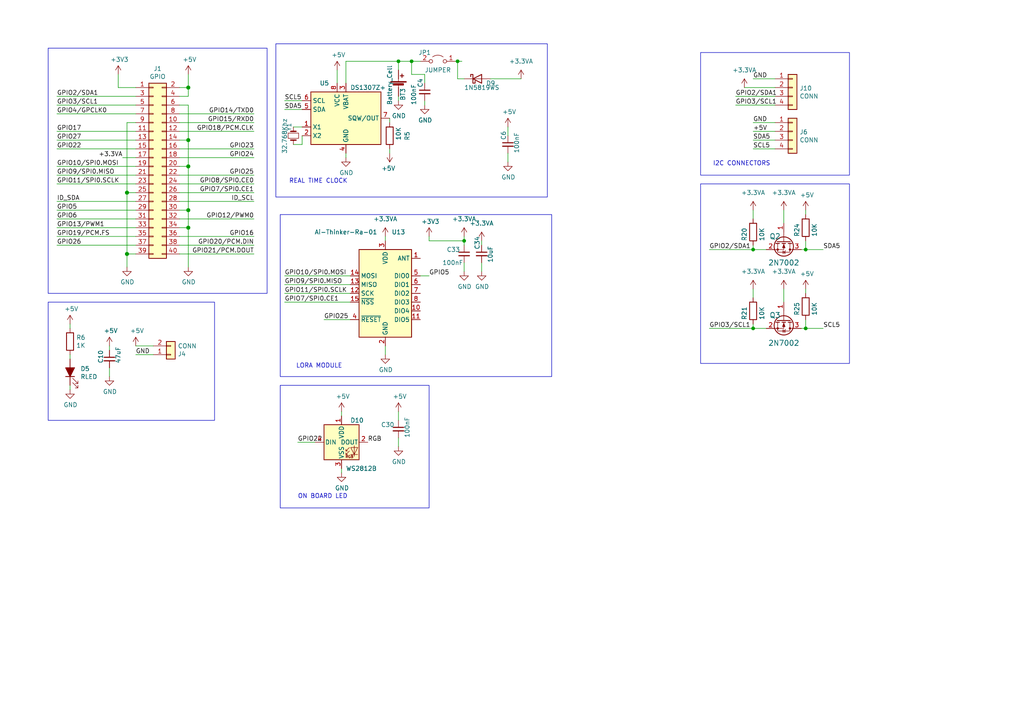
<source format=kicad_sch>
(kicad_sch (version 20250114) (generator "eeschema") (generator_version "9.0")
  (paper "A4")
  (title_block (date "15 nov 2012"))
  (lib_symbols
    (symbol "BCI_V-0.1-rescue:C_Small-device" (pin_numbers (hide yes)) (pin_names (offset 0.254) (hide yes))
      (property "Reference" "C" (at 0.254 1.778 0))
      (property "Value" "C_Small-device" (at 0.254 -2.032 0))
      (symbol "C_Small-device_0_1"
        (polyline (pts (xy -1.524 0.508) (xy 1.524 0.508)) (stroke (width 0.3048)))
        (polyline (pts (xy -1.524 -0.508) (xy 1.524 -0.508)) (stroke (width 0.3302)))
      )
      (symbol "C_Small-device_1_1"
        (pin passive line (at 0 2.54 270) (length 2.032) (name "~") (number "1"))
        (pin passive line (at 0 -2.54 90) (length 2.032) (name "~") (number "2"))
      )
    )
    (symbol "Connector_Generic:Conn_01x02" (pin_names (offset 1.016) (hide yes))
      (property "Reference" "J" (at 0 2.54 0))
      (property "Value" "Conn_01x02" (at 0 -5.08 0))
      (symbol "Conn_01x02_1_1"
        (rectangle (start -1.27 1.27) (end 1.27 -3.81) (stroke (width 0.254)) (fill (type background)))
        (rectangle (start -1.27 0.127) (end 0 -0.127) (stroke (width 0.1524)))
        (rectangle (start -1.27 -2.413) (end 0 -2.667) (stroke (width 0.1524)))
        (pin passive line (at -5.08 0 0) (length 3.81) (name "Pin_1") (number "1"))
        (pin passive line (at -5.08 -2.54 0) (length 3.81) (name "Pin_2") (number "2"))
      )
    )
    (symbol "Connector_Generic:Conn_01x04" (pin_names (offset 1.016) (hide yes))
      (property "Reference" "J" (at 0 5.08 0))
      (property "Value" "Conn_01x04" (at 0 -7.62 0))
      (symbol "Conn_01x04_1_1"
        (rectangle (start -1.27 3.81) (end 1.27 -6.35) (stroke (width 0.254)) (fill (type background)))
        (rectangle (start -1.27 2.667) (end 0 2.413) (stroke (width 0.1524)))
        (rectangle (start -1.27 0.127) (end 0 -0.127) (stroke (width 0.1524)))
        (rectangle (start -1.27 -2.413) (end 0 -2.667) (stroke (width 0.1524)))
        (rectangle (start -1.27 -4.953) (end 0 -5.207) (stroke (width 0.1524)))
        (pin passive line (at -5.08 2.54 0) (length 3.81) (name "Pin_1") (number "1"))
        (pin passive line (at -5.08 0 0) (length 3.81) (name "Pin_2") (number "2"))
        (pin passive line (at -5.08 -2.54 0) (length 3.81) (name "Pin_3") (number "3"))
        (pin passive line (at -5.08 -5.08 0) (length 3.81) (name "Pin_4") (number "4"))
      )
    )
    (symbol "Connector_Generic:Conn_02x20_Odd_Even" (pin_names (offset 1.016) (hide yes))
      (property "Reference" "J" (at 1.27 25.4 0))
      (property "Value" "Conn_02x20_Odd_Even" (at 1.27 -27.94 0))
      (symbol "Conn_02x20_Odd_Even_1_1"
        (rectangle (start -1.27 24.13) (end 3.81 -26.67) (stroke (width 0.254)) (fill (type background)))
        (rectangle (start -1.27 22.987) (end 0 22.733) (stroke (width 0.1524)))
        (rectangle (start -1.27 20.447) (end 0 20.193) (stroke (width 0.1524)))
        (rectangle (start -1.27 17.907) (end 0 17.653) (stroke (width 0.1524)))
        (rectangle (start -1.27 15.367) (end 0 15.113) (stroke (width 0.1524)))
        (rectangle (start -1.27 12.827) (end 0 12.573) (stroke (width 0.1524)))
        (rectangle (start -1.27 10.287) (end 0 10.033) (stroke (width 0.1524)))
        (rectangle (start -1.27 7.747) (end 0 7.493) (stroke (width 0.1524)))
        (rectangle (start -1.27 5.207) (end 0 4.953) (stroke (width 0.1524)))
        (rectangle (start -1.27 2.667) (end 0 2.413) (stroke (width 0.1524)))
        (rectangle (start -1.27 0.127) (end 0 -0.127) (stroke (width 0.1524)))
        (rectangle (start -1.27 -2.413) (end 0 -2.667) (stroke (width 0.1524)))
        (rectangle (start -1.27 -4.953) (end 0 -5.207) (stroke (width 0.1524)))
        (rectangle (start -1.27 -7.493) (end 0 -7.747) (stroke (width 0.1524)))
        (rectangle (start -1.27 -10.033) (end 0 -10.287) (stroke (width 0.1524)))
        (rectangle (start -1.27 -12.573) (end 0 -12.827) (stroke (width 0.1524)))
        (rectangle (start -1.27 -15.113) (end 0 -15.367) (stroke (width 0.1524)))
        (rectangle (start -1.27 -17.653) (end 0 -17.907) (stroke (width 0.1524)))
        (rectangle (start -1.27 -20.193) (end 0 -20.447) (stroke (width 0.1524)))
        (rectangle (start -1.27 -22.733) (end 0 -22.987) (stroke (width 0.1524)))
        (rectangle (start -1.27 -25.273) (end 0 -25.527) (stroke (width 0.1524)))
        (rectangle (start 3.81 22.987) (end 2.54 22.733) (stroke (width 0.1524)))
        (rectangle (start 3.81 20.447) (end 2.54 20.193) (stroke (width 0.1524)))
        (rectangle (start 3.81 17.907) (end 2.54 17.653) (stroke (width 0.1524)))
        (rectangle (start 3.81 15.367) (end 2.54 15.113) (stroke (width 0.1524)))
        (rectangle (start 3.81 12.827) (end 2.54 12.573) (stroke (width 0.1524)))
        (rectangle (start 3.81 10.287) (end 2.54 10.033) (stroke (width 0.1524)))
        (rectangle (start 3.81 7.747) (end 2.54 7.493) (stroke (width 0.1524)))
        (rectangle (start 3.81 5.207) (end 2.54 4.953) (stroke (width 0.1524)))
        (rectangle (start 3.81 2.667) (end 2.54 2.413) (stroke (width 0.1524)))
        (rectangle (start 3.81 0.127) (end 2.54 -0.127) (stroke (width 0.1524)))
        (rectangle (start 3.81 -2.413) (end 2.54 -2.667) (stroke (width 0.1524)))
        (rectangle (start 3.81 -4.953) (end 2.54 -5.207) (stroke (width 0.1524)))
        (rectangle (start 3.81 -7.493) (end 2.54 -7.747) (stroke (width 0.1524)))
        (rectangle (start 3.81 -10.033) (end 2.54 -10.287) (stroke (width 0.1524)))
        (rectangle (start 3.81 -12.573) (end 2.54 -12.827) (stroke (width 0.1524)))
        (rectangle (start 3.81 -15.113) (end 2.54 -15.367) (stroke (width 0.1524)))
        (rectangle (start 3.81 -17.653) (end 2.54 -17.907) (stroke (width 0.1524)))
        (rectangle (start 3.81 -20.193) (end 2.54 -20.447) (stroke (width 0.1524)))
        (rectangle (start 3.81 -22.733) (end 2.54 -22.987) (stroke (width 0.1524)))
        (rectangle (start 3.81 -25.273) (end 2.54 -25.527) (stroke (width 0.1524)))
        (pin passive line (at -5.08 22.86 0) (length 3.81) (name "Pin_1") (number "1"))
        (pin passive line (at -5.08 20.32 0) (length 3.81) (name "Pin_3") (number "3"))
        (pin passive line (at -5.08 17.78 0) (length 3.81) (name "Pin_5") (number "5"))
        (pin passive line (at -5.08 15.24 0) (length 3.81) (name "Pin_7") (number "7"))
        (pin passive line (at -5.08 12.7 0) (length 3.81) (name "Pin_9") (number "9"))
        (pin passive line (at -5.08 10.16 0) (length 3.81) (name "Pin_11") (number "11"))
        (pin passive line (at -5.08 7.62 0) (length 3.81) (name "Pin_13") (number "13"))
        (pin passive line (at -5.08 5.08 0) (length 3.81) (name "Pin_15") (number "15"))
        (pin passive line (at -5.08 2.54 0) (length 3.81) (name "Pin_17") (number "17"))
        (pin passive line (at -5.08 0 0) (length 3.81) (name "Pin_19") (number "19"))
        (pin passive line (at -5.08 -2.54 0) (length 3.81) (name "Pin_21") (number "21"))
        (pin passive line (at -5.08 -5.08 0) (length 3.81) (name "Pin_23") (number "23"))
        (pin passive line (at -5.08 -7.62 0) (length 3.81) (name "Pin_25") (number "25"))
        (pin passive line (at -5.08 -10.16 0) (length 3.81) (name "Pin_27") (number "27"))
        (pin passive line (at -5.08 -12.7 0) (length 3.81) (name "Pin_29") (number "29"))
        (pin passive line (at -5.08 -15.24 0) (length 3.81) (name "Pin_31") (number "31"))
        (pin passive line (at -5.08 -17.78 0) (length 3.81) (name "Pin_33") (number "33"))
        (pin passive line (at -5.08 -20.32 0) (length 3.81) (name "Pin_35") (number "35"))
        (pin passive line (at -5.08 -22.86 0) (length 3.81) (name "Pin_37") (number "37"))
        (pin passive line (at -5.08 -25.4 0) (length 3.81) (name "Pin_39") (number "39"))
        (pin passive line (at 7.62 22.86 180) (length 3.81) (name "Pin_2") (number "2"))
        (pin passive line (at 7.62 20.32 180) (length 3.81) (name "Pin_4") (number "4"))
        (pin passive line (at 7.62 17.78 180) (length 3.81) (name "Pin_6") (number "6"))
        (pin passive line (at 7.62 15.24 180) (length 3.81) (name "Pin_8") (number "8"))
        (pin passive line (at 7.62 12.7 180) (length 3.81) (name "Pin_10") (number "10"))
        (pin passive line (at 7.62 10.16 180) (length 3.81) (name "Pin_12") (number "12"))
        (pin passive line (at 7.62 7.62 180) (length 3.81) (name "Pin_14") (number "14"))
        (pin passive line (at 7.62 5.08 180) (length 3.81) (name "Pin_16") (number "16"))
        (pin passive line (at 7.62 2.54 180) (length 3.81) (name "Pin_18") (number "18"))
        (pin passive line (at 7.62 0 180) (length 3.81) (name "Pin_20") (number "20"))
        (pin passive line (at 7.62 -2.54 180) (length 3.81) (name "Pin_22") (number "22"))
        (pin passive line (at 7.62 -5.08 180) (length 3.81) (name "Pin_24") (number "24"))
        (pin passive line (at 7.62 -7.62 180) (length 3.81) (name "Pin_26") (number "26"))
        (pin passive line (at 7.62 -10.16 180) (length 3.81) (name "Pin_28") (number "28"))
        (pin passive line (at 7.62 -12.7 180) (length 3.81) (name "Pin_30") (number "30"))
        (pin passive line (at 7.62 -15.24 180) (length 3.81) (name "Pin_32") (number "32"))
        (pin passive line (at 7.62 -17.78 180) (length 3.81) (name "Pin_34") (number "34"))
        (pin passive line (at 7.62 -20.32 180) (length 3.81) (name "Pin_36") (number "36"))
        (pin passive line (at 7.62 -22.86 180) (length 3.81) (name "Pin_38") (number "38"))
        (pin passive line (at 7.62 -25.4 180) (length 3.81) (name "Pin_40") (number "40"))
      )
    )
    (symbol "Device:Battery_Cell" (pin_numbers (hide yes)) (pin_names (offset 0) (hide yes))
      (property "Reference" "BT" (at 2.54 2.54 0))
      (property "Value" "Battery_Cell" (at 2.54 0 0))
      (symbol "Battery_Cell_0_1"
        (rectangle (start -2.286 1.778) (end 2.286 1.524) (fill (type outline)))
        (rectangle (start -1.5748 1.1938) (end 1.4732 0.6858) (fill (type outline)))
        (polyline (pts (xy 0 1.778) (xy 0 2.54)))
        (polyline (pts (xy 0 0.762) (xy 0 0)))
        (polyline (pts (xy 0.508 3.429) (xy 1.524 3.429)) (stroke (width 0.254)))
        (polyline (pts (xy 1.016 3.937) (xy 1.016 2.921)) (stroke (width 0.254)))
      )
      (symbol "Battery_Cell_1_1"
        (pin passive line (at 0 5.08 270) (length 2.54) (name "+") (number "1"))
        (pin passive line (at 0 -2.54 90) (length 2.54) (name "-") (number "2"))
      )
    )
    (symbol "Device:C_Small" (pin_numbers (hide yes)) (pin_names (offset 0.254) (hide yes))
      (property "Reference" "C" (at 0.254 1.778 0))
      (property "Value" "C_Small" (at 0.254 -2.032 0))
      (symbol "C_Small_0_1"
        (polyline (pts (xy -1.524 0.508) (xy 1.524 0.508)) (stroke (width 0.3048)))
        (polyline (pts (xy -1.524 -0.508) (xy 1.524 -0.508)) (stroke (width 0.3302)))
      )
      (symbol "C_Small_1_1"
        (pin passive line (at 0 2.54 270) (length 2.032) (name "~") (number "1"))
        (pin passive line (at 0 -2.54 90) (length 2.032) (name "~") (number "2"))
      )
    )
    (symbol "Device:Crystal_Small" (pin_numbers (hide yes)) (pin_names (offset 1.016) (hide yes))
      (property "Reference" "Y" (at 0 2.54 0))
      (property "Value" "Crystal_Small" (at 0 -2.54 0))
      (symbol "Crystal_Small_0_1"
        (polyline (pts (xy -1.27 -0.762) (xy -1.27 0.762)) (stroke (width 0.381)))
        (rectangle (start -0.762 -1.524) (end 0.762 1.524))
        (polyline (pts (xy 1.27 -0.762) (xy 1.27 0.762)) (stroke (width 0.381)))
      )
      (symbol "Crystal_Small_1_1"
        (pin passive line (at -2.54 0 0) (length 1.27) (name "1") (number "1"))
        (pin passive line (at 2.54 0 180) (length 1.27) (name "2") (number "2"))
      )
    )
    (symbol "Device:LED_ALT" (pin_numbers (hide yes)) (pin_names (offset 1.016) (hide yes))
      (property "Reference" "D" (at 0 2.54 0))
      (property "Value" "Device_LED_ALT" (at 0 -2.54 0))
      (symbol "LED_ALT_0_1"
        (polyline (pts (xy -3.048 -0.762) (xy -4.572 -2.286) (xy -3.81 -2.286) (xy -4.572 -2.286) (xy -4.572 -1.524)))
        (polyline (pts (xy -1.778 -0.762) (xy -3.302 -2.286) (xy -2.54 -2.286) (xy -3.302 -2.286) (xy -3.302 -1.524)))
        (polyline (pts (xy -1.27 0) (xy 1.27 0)))
        (polyline (pts (xy -1.27 -1.27) (xy -1.27 1.27)) (stroke (width 0.254)))
        (polyline (pts (xy 1.27 -1.27) (xy 1.27 1.27) (xy -1.27 0) (xy 1.27 -1.27)) (stroke (width 0.254)) (fill (type outline)))
      )
      (symbol "LED_ALT_1_1"
        (pin passive line (at -3.81 0 0) (length 2.54) (name "K") (number "1"))
        (pin passive line (at 3.81 0 180) (length 2.54) (name "A") (number "2"))
      )
    )
    (symbol "Device:R" (pin_numbers (hide yes)) (pin_names (offset 0))
      (property "Reference" "R" (at 2.032 0 90))
      (property "Value" "R" (at 0 0 90))
      (symbol "R_0_1"
        (rectangle (start -1.016 -2.54) (end 1.016 2.54) (stroke (width 0.254)))
      )
      (symbol "R_1_1"
        (pin passive line (at 0 3.81 270) (length 1.27) (name "~") (number "1"))
        (pin passive line (at 0 -3.81 90) (length 1.27) (name "~") (number "2"))
      )
    )
    (symbol "Diode:1N5819" (pin_numbers (hide yes)) (pin_names (offset 1.016) (hide yes))
      (property "Reference" "D" (at 0 2.54 0))
      (property "Value" "1N5819" (at 0 -2.54 0))
      (symbol "1N5819_0_1"
        (polyline (pts (xy -1.905 0.635) (xy -1.905 1.27) (xy -1.27 1.27) (xy -1.27 -1.27) (xy -0.635 -1.27) (xy -0.635 -0.635)) (stroke (width 0.254)))
        (polyline (pts (xy 1.27 1.27) (xy 1.27 -1.27) (xy -1.27 0) (xy 1.27 1.27)) (stroke (width 0.254)))
        (polyline (pts (xy 1.27 0) (xy -1.27 0)))
      )
      (symbol "1N5819_1_1"
        (pin passive line (at -3.81 0 0) (length 2.54) (name "K") (number "1"))
        (pin passive line (at 3.81 0 180) (length 2.54) (name "A") (number "2"))
      )
    )
    (symbol "Jumper:Jumper_2_Open" (pin_names (offset 0) (hide yes))
      (property "Reference" "JP" (at 0 2.794 0))
      (property "Value" "Jumper_2_Open" (at 0 -2.286 0))
      (symbol "Jumper_2_Open_0_0"
        (circle (center -2.032 0) (radius 0.508))
        (circle (center 2.032 0) (radius 0.508))
      )
      (symbol "Jumper_2_Open_0_1"
        (arc (start -1.524 1.27) (mid 0 1.778) (end 1.524 1.27))
      )
      (symbol "Jumper_2_Open_1_1"
        (pin passive line (at -5.08 0 0) (length 2.54) (name "A") (number "1"))
        (pin passive line (at 5.08 0 180) (length 2.54) (name "B") (number "2"))
      )
    )
    (symbol "LED:WS2812B" (pin_names (offset 0.254))
      (property "Reference" "D" (at 5.08 5.715 0))
      (property "Value" "WS2812B" (at 1.27 -5.715 0))
      (symbol "WS2812B_0_0"
        (text "RGB" (at 2.286 -4.191 0) (effects (font (size 0.762 0.762))))
      )
      (symbol "WS2812B_0_1"
        (polyline (pts (xy 1.27 -2.54) (xy 1.778 -2.54)))
        (polyline (pts (xy 1.27 -3.556) (xy 1.778 -3.556)))
        (polyline (pts (xy 2.286 -1.524) (xy 1.27 -2.54) (xy 1.27 -2.032)))
        (polyline (pts (xy 2.286 -2.54) (xy 1.27 -3.556) (xy 1.27 -3.048)))
        (polyline (pts (xy 3.683 -1.016) (xy 3.683 -3.556) (xy 3.683 -4.064)))
        (polyline (pts (xy 4.699 -1.524) (xy 2.667 -1.524) (xy 3.683 -3.556) (xy 4.699 -1.524)))
        (polyline (pts (xy 4.699 -3.556) (xy 2.667 -3.556)))
        (rectangle (start 5.08 5.08) (end -5.08 -5.08) (stroke (width 0.254)) (fill (type background)))
      )
      (symbol "WS2812B_1_1"
        (pin input line (at -7.62 0 0) (length 2.54) (name "DIN") (number "4"))
        (pin power_in line (at 0 7.62 270) (length 2.54) (name "VDD") (number "1"))
        (pin power_in line (at 0 -7.62 90) (length 2.54) (name "VSS") (number "3"))
        (pin output line (at 7.62 0 180) (length 2.54) (name "DOUT") (number "2"))
      )
    )
    (symbol "MinitronicV-0.1-rescue:C_Small-device" (pin_numbers (hide yes)) (pin_names (offset 0.254) (hide yes))
      (property "Reference" "C" (at 0.254 1.778 0))
      (property "Value" "C_Small-device" (at 0.254 -2.032 0))
      (symbol "C_Small-device_0_1"
        (polyline (pts (xy -1.524 0.508) (xy 1.524 0.508)) (stroke (width 0.3048)))
        (polyline (pts (xy -1.524 -0.508) (xy 1.524 -0.508)) (stroke (width 0.3302)))
      )
      (symbol "C_Small-device_1_1"
        (pin passive line (at 0 2.54 270) (length 2.032) (name "~") (number "1"))
        (pin passive line (at 0 -2.54 90) (length 2.032) (name "~") (number "2"))
      )
    )
    (symbol "MinitronicV-0.1-rescue:R-device" (pin_numbers (hide yes)) (pin_names (offset 0))
      (property "Reference" "R" (at 2.032 0 90))
      (property "Value" "R-device" (at 0 0 90))
      (symbol "R-device_0_1"
        (rectangle (start -1.016 -2.54) (end 1.016 2.54) (stroke (width 0.254)))
      )
      (symbol "R-device_1_1"
        (pin passive line (at 0 3.81 270) (length 1.27) (name "~") (number "1"))
        (pin passive line (at 0 -3.81 90) (length 1.27) (name "~") (number "2"))
      )
    )
    (symbol "RF_Module:Ai-Thinker-Ra-01"
      (property "Reference" "U" (at 2.54 17.78 0))
      (property "Value" "Ai-Thinker-Ra-01" (at 13.97 -15.24 0))
      (symbol "Ai-Thinker-Ra-01_0_1"
        (rectangle (start -7.62 12.7) (end 7.62 -12.7) (stroke (width 0.254)) (fill (type background)))
      )
      (symbol "Ai-Thinker-Ra-01_1_1"
        (pin input line (at -10.16 5.08 0) (length 2.54) (name "MOSI") (number "14"))
        (pin output line (at -10.16 2.54 0) (length 2.54) (name "MISO") (number "13"))
        (pin input line (at -10.16 0 0) (length 2.54) (name "SCK") (number "12"))
        (pin input line (at -10.16 -2.54 0) (length 2.54) (name "~{NSS}") (number "15"))
        (pin input line (at -10.16 -7.62 0) (length 2.54) (name "~{RESET}") (number "4"))
        (pin power_in line (at 0 15.24 270) (length 2.54) (name "VDD") (number "3"))
        (pin passive line (at 0 -15.24 90) (length 2.54) (hide yes) (name "GND") (number "16"))
        (pin power_in line (at 0 -15.24 90) (length 2.54) (name "GND") (number "2"))
        (pin passive line (at 0 -15.24 90) (length 2.54) (hide yes) (name "GND") (number "9"))
        (pin passive line (at 10.16 10.16 180) (length 2.54) (name "ANT") (number "1"))
        (pin bidirectional line (at 10.16 5.08 180) (length 2.54) (name "DIO0") (number "5"))
        (pin bidirectional line (at 10.16 2.54 180) (length 2.54) (name "DIO1") (number "6"))
        (pin bidirectional line (at 10.16 0 180) (length 2.54) (name "DIO2") (number "7"))
        (pin bidirectional line (at 10.16 -2.54 180) (length 2.54) (name "DIO3") (number "8"))
        (pin bidirectional line (at 10.16 -5.08 180) (length 2.54) (name "DIO4") (number "10"))
        (pin bidirectional line (at 10.16 -7.62 180) (length 2.54) (name "DIO5") (number "11"))
      )
    )
    (symbol "Timer_RTC:DS1307Z+"
      (property "Reference" "U" (at -8.89 8.89 0))
      (property "Value" "DS1307Z+" (at 1.27 8.89 0))
      (symbol "DS1307Z+_0_1"
        (rectangle (start -10.16 7.62) (end 10.16 -7.62) (stroke (width 0.254)) (fill (type background)))
      )
      (symbol "DS1307Z+_1_1"
        (pin input line (at -12.7 5.08 0) (length 2.54) (name "SCL") (number "6"))
        (pin bidirectional line (at -12.7 2.54 0) (length 2.54) (name "SDA") (number "5"))
        (pin input line (at -12.7 -2.54 0) (length 2.54) (name "X1") (number "1"))
        (pin input line (at -12.7 -5.08 0) (length 2.54) (name "X2") (number "2"))
        (pin power_in line (at -2.54 10.16 270) (length 2.54) (name "VCC") (number "8"))
        (pin power_in line (at 0 10.16 270) (length 2.54) (name "VBAT") (number "3"))
        (pin power_in line (at 0 -10.16 90) (length 2.54) (name "GND") (number "4"))
        (pin open_collector line (at 12.7 0 180) (length 2.54) (name "SQW/OUT") (number "7"))
      )
    )
    (symbol "Transistor_FET:2N7002" (pin_names (hide yes))
      (property "Reference" "Q" (at 5.08 1.905 0))
      (property "Value" "2N7002" (at 5.08 0 0))
      (symbol "2N7002_0_1"
        (polyline (pts (xy 0.254 1.905) (xy 0.254 -1.905)) (stroke (width 0.254)))
        (polyline (pts (xy 0.254 0) (xy -2.54 0)))
        (polyline (pts (xy 0.762 2.286) (xy 0.762 1.27)) (stroke (width 0.254)))
        (polyline (pts (xy 0.762 0.508) (xy 0.762 -0.508)) (stroke (width 0.254)))
        (polyline (pts (xy 0.762 -1.27) (xy 0.762 -2.286)) (stroke (width 0.254)))
        (polyline (pts (xy 0.762 -1.778) (xy 3.302 -1.778) (xy 3.302 1.778) (xy 0.762 1.778)))
        (polyline (pts (xy 1.016 0) (xy 2.032 0.381) (xy 2.032 -0.381) (xy 1.016 0)) (fill (type outline)))
        (circle (center 1.651 0) (radius 2.794) (stroke (width 0.254)))
        (polyline (pts (xy 2.54 2.54) (xy 2.54 1.778)))
        (circle (center 2.54 1.778) (radius 0.254) (fill (type outline)))
        (circle (center 2.54 -1.778) (radius 0.254) (fill (type outline)))
        (polyline (pts (xy 2.54 -2.54) (xy 2.54 0) (xy 0.762 0)))
        (polyline (pts (xy 2.794 0.508) (xy 2.921 0.381) (xy 3.683 0.381) (xy 3.81 0.254)))
        (polyline (pts (xy 3.302 0.381) (xy 2.921 -0.254) (xy 3.683 -0.254) (xy 3.302 0.381)))
      )
      (symbol "2N7002_1_1"
        (pin input line (at -5.08 0 0) (length 2.54) (name "G") (number "1"))
        (pin passive line (at 2.54 5.08 270) (length 2.54) (name "D") (number "3"))
        (pin passive line (at 2.54 -5.08 90) (length 2.54) (name "S") (number "2"))
      )
    )
    (symbol "power:+3.3V" (power) (pin_names (offset 0))
      (property "Value" "+3.3V" (at 0 3.556 0))
      (symbol "+3.3V_0_1"
        (polyline (pts (xy -0.762 1.27) (xy 0 2.54)))
        (polyline (pts (xy 0 2.54) (xy 0.762 1.27)))
        (polyline (pts (xy 0 0) (xy 0 2.54)))
      )
      (symbol "+3.3V_1_1"
        (pin power_in line (at 0 0 90) (length 0) (hide yes) (name "+3V3") (number "1"))
      )
    )
    (symbol "power:+3.3VA" (power) (pin_names (offset 0))
      (property "Value" "+3.3VA" (at 0 3.556 0))
      (symbol "+3.3VA_0_1"
        (polyline (pts (xy -0.762 1.27) (xy 0 2.54)))
        (polyline (pts (xy 0 2.54) (xy 0.762 1.27)))
        (polyline (pts (xy 0 0) (xy 0 2.54)))
      )
      (symbol "+3.3VA_1_1"
        (pin power_in line (at 0 0 90) (length 0) (hide yes) (name "+3.3VA") (number "1"))
      )
    )
    (symbol "power:+5V" (power) (pin_names (offset 0))
      (property "Value" "+5V" (at 0 3.556 0))
      (symbol "+5V_0_1"
        (polyline (pts (xy -0.762 1.27) (xy 0 2.54)))
        (polyline (pts (xy 0 2.54) (xy 0.762 1.27)))
        (polyline (pts (xy 0 0) (xy 0 2.54)))
      )
      (symbol "+5V_1_1"
        (pin power_in line (at 0 0 90) (length 0) (hide yes) (name "+5V") (number "1"))
      )
    )
    (symbol "power:GND" (power) (pin_names (offset 0))
      (property "Value" "GND" (at 0 -3.81 0))
      (symbol "GND_0_1"
        (polyline (pts (xy 0 0) (xy 0 -1.27) (xy 1.27 -1.27) (xy 0 -2.54) (xy -1.27 -1.27) (xy 0 -1.27)))
      )
      (symbol "GND_1_1"
        (pin power_in line (at 0 0 270) (length 0) (hide yes) (name "GND") (number "1"))
      )
    )
  )
  (rectangle (start 13.97 13.97) (end 77.47 85.09))
  (rectangle (start 81.28 111.76) (end 124.46 147.32))
  (rectangle (start 203.2 15.24) (end 246.38 50.8))
  (rectangle (start 13.97 87.63) (end 62.23 121.92))
  (rectangle (start 203.2 53.34) (end 246.38 105.41))
  (rectangle (start 81.28 62.23) (end 160.02 109.22))
  (rectangle (start 80.01 12.7) (end 158.75 57.15))
  (text "I2C CONNECTORS" (at 206.756 48.26 0) (effects (font (size 1.27 1.27)) (justify left bottom)))
  (text "ON BOARD LED" (at 86.36 144.78 0) (effects (font (size 1.27 1.27)) (justify left bottom)))
  (text "LORA MODULE" (at 85.852 106.934 0) (effects (font (size 1.27 1.27)) (justify left bottom)))
  (text "REAL TIME CLOCK" (at 83.82 53.34 0) (effects (font (size 1.27 1.27)) (justify left bottom)))
  (junction (at 54.61 25.4) (diameter 1.016))
  (junction (at 218.44 95.25))
  (junction (at 54.61 40.64) (diameter 1.016))
  (junction (at 115.57 17.78))
  (junction (at 132.715 17.78))
  (junction (at 134.62 69.85))
  (junction (at 233.68 95.25))
  (junction (at 233.68 72.39))
  (junction (at 36.83 73.66) (diameter 1.016))
  (junction (at 218.44 72.39))
  (junction (at 36.83 55.88) (diameter 1.016))
  (junction (at 54.61 66.04) (diameter 1.016))
  (junction (at 54.61 60.96) (diameter 1.016))
  (junction (at 54.61 48.26) (diameter 1.016))
  (junction (at 119.38 17.78))
  (wire (pts (xy 36.83 55.88) (xy 36.83 73.66)))
  (wire (pts (xy 52.07 55.88) (xy 73.66 55.88)))
  (wire (pts (xy 119.38 17.78) (xy 121.92 17.78)))
  (wire (pts (xy 39.37 38.1) (xy 16.51 38.1)))
  (wire (pts (xy 100.33 45.72) (xy 100.33 44.45)))
  (wire (pts (xy 54.61 30.48) (xy 54.61 40.64)))
  (wire (pts (xy 222.25 72.39) (xy 218.44 72.39)))
  (wire (pts (xy 54.61 48.26) (xy 52.07 48.26)))
  (wire (pts (xy 100.33 17.78) (xy 100.33 24.13)))
  (wire (pts (xy 54.61 60.96) (xy 54.61 66.04)))
  (wire (pts (xy 233.68 60.96) (xy 233.68 62.23)))
  (wire (pts (xy 113.03 35.56) (xy 113.03 34.29)))
  (wire (pts (xy 54.61 48.26) (xy 54.61 60.96)))
  (wire (pts (xy 52.07 33.02) (xy 73.66 33.02)))
  (wire (pts (xy 132.715 22.86) (xy 134.62 22.86)))
  (wire (pts (xy 36.83 35.56) (xy 36.83 55.88)))
  (wire (pts (xy 132.715 17.78) (xy 133.985 17.78)))
  (wire (pts (xy 36.83 35.56) (xy 39.37 35.56)))
  (wire (pts (xy 52.07 53.34) (xy 73.66 53.34)))
  (wire (pts (xy 224.79 30.48) (xy 213.36 30.48)))
  (wire (pts (xy 39.37 58.42) (xy 16.51 58.42)))
  (wire (pts (xy 233.68 69.85) (xy 233.68 72.39)))
  (wire (pts (xy 233.68 72.39) (xy 232.41 72.39)))
  (wire (pts (xy 16.51 60.96) (xy 39.37 60.96)))
  (wire (pts (xy 86.36 128.27) (xy 91.44 128.27)))
  (wire (pts (xy 36.83 55.88) (xy 39.37 55.88)))
  (wire (pts (xy 123.19 21.59) (xy 119.38 21.59)))
  (wire (pts (xy 227.33 87.63) (xy 227.33 83.82)))
  (wire (pts (xy 87.63 36.83) (xy 85.09 36.83)))
  (wire (pts (xy 224.79 38.1) (xy 218.44 38.1)))
  (wire (pts (xy 123.19 29.21) (xy 123.19 30.48)))
  (wire (pts (xy 52.07 43.18) (xy 73.66 43.18)))
  (wire (pts (xy 115.57 17.78) (xy 119.38 17.78)))
  (wire (pts (xy 52.07 73.66) (xy 73.66 73.66)))
  (wire (pts (xy 36.83 73.66) (xy 36.83 77.47)))
  (wire (pts (xy 16.51 40.64) (xy 39.37 40.64)))
  (wire (pts (xy 31.75 109.22) (xy 31.75 106.68)))
  (wire (pts (xy 34.29 21.59) (xy 34.29 25.4)))
  (wire (pts (xy 82.55 85.09) (xy 101.6 85.09)))
  (wire (pts (xy 218.44 95.25) (xy 218.44 93.98)))
  (wire (pts (xy 115.57 20.32) (xy 115.57 17.78)))
  (wire (pts (xy 54.61 66.04) (xy 52.07 66.04)))
  (wire (pts (xy 215.9 25.4) (xy 224.79 25.4)))
  (wire (pts (xy 16.51 30.48) (xy 39.37 30.48)))
  (wire (pts (xy 16.51 53.34) (xy 39.37 53.34)))
  (wire (pts (xy 142.24 22.86) (xy 151.13 22.86)))
  (wire (pts (xy 39.37 27.94) (xy 16.51 27.94)))
  (wire (pts (xy 85.09 41.91) (xy 87.63 41.91)))
  (wire (pts (xy 54.61 25.4) (xy 54.61 27.94)))
  (wire (pts (xy 205.74 72.39) (xy 218.44 72.39)))
  (wire (pts (xy 54.61 40.64) (xy 54.61 48.26)))
  (wire (pts (xy 52.07 38.1) (xy 73.66 38.1)))
  (wire (pts (xy 54.61 40.64) (xy 52.07 40.64)))
  (wire (pts (xy 124.46 69.85) (xy 124.46 68.58)))
  (wire (pts (xy 54.61 21.59) (xy 54.61 25.4)))
  (wire (pts (xy 31.75 100.33) (xy 31.75 101.6)))
  (wire (pts (xy 218.44 63.5) (xy 218.44 60.96)))
  (wire (pts (xy 20.32 113.03) (xy 20.32 111.76)))
  (wire (pts (xy 16.51 33.02) (xy 39.37 33.02)))
  (wire (pts (xy 147.32 36.83) (xy 147.32 39.37)))
  (wire (pts (xy 54.61 25.4) (xy 52.07 25.4)))
  (wire (pts (xy 124.46 80.01) (xy 121.92 80.01)))
  (wire (pts (xy 147.32 44.45) (xy 147.32 46.99)))
  (wire (pts (xy 52.07 45.72) (xy 73.66 45.72)))
  (wire (pts (xy 52.07 35.56) (xy 73.66 35.56)))
  (wire (pts (xy 101.6 92.71) (xy 93.98 92.71)))
  (wire (pts (xy 134.62 78.74) (xy 134.62 76.2)))
  (wire (pts (xy 224.79 35.56) (xy 218.44 35.56)))
  (wire (pts (xy 101.6 87.63) (xy 82.55 87.63)))
  (wire (pts (xy 123.19 24.13) (xy 123.19 21.59)))
  (wire (pts (xy 16.51 43.18) (xy 39.37 43.18)))
  (wire (pts (xy 16.51 50.8) (xy 39.37 50.8)))
  (wire (pts (xy 115.57 29.21) (xy 115.57 27.94)))
  (wire (pts (xy 213.36 27.94) (xy 224.79 27.94)))
  (wire (pts (xy 132.715 17.78) (xy 132.715 22.86)))
  (wire (pts (xy 97.79 20.32) (xy 97.79 24.13)))
  (wire (pts (xy 16.51 63.5) (xy 39.37 63.5)))
  (wire (pts (xy 54.61 27.94) (xy 52.07 27.94)))
  (wire (pts (xy 115.57 121.92) (xy 115.57 119.38)))
  (wire (pts (xy 99.06 120.65) (xy 99.06 119.38)))
  (wire (pts (xy 20.32 93.98) (xy 20.32 95.25)))
  (wire (pts (xy 16.51 68.58) (xy 39.37 68.58)))
  (wire (pts (xy 218.44 72.39) (xy 218.44 71.12)))
  (wire (pts (xy 119.38 21.59) (xy 119.38 17.78)))
  (wire (pts (xy 115.57 129.54) (xy 115.57 127)))
  (wire (pts (xy 52.07 68.58) (xy 73.66 68.58)))
  (wire (pts (xy 87.63 39.37) (xy 87.63 41.91)))
  (wire (pts (xy 52.07 63.5) (xy 73.66 63.5)))
  (wire (pts (xy 36.83 73.66) (xy 39.37 73.66)))
  (wire (pts (xy 132.08 17.78) (xy 132.715 17.78)))
  (wire (pts (xy 52.07 71.12) (xy 73.66 71.12)))
  (wire (pts (xy 39.37 102.87) (xy 44.45 102.87)))
  (wire (pts (xy 205.74 95.25) (xy 218.44 95.25)))
  (wire (pts (xy 35.56 45.72) (xy 39.37 45.72)))
  (wire (pts (xy 54.61 30.48) (xy 52.07 30.48)))
  (wire (pts (xy 134.62 69.85) (xy 134.62 68.58)))
  (wire (pts (xy 39.37 100.33) (xy 44.45 100.33)))
  (wire (pts (xy 16.51 71.12) (xy 39.37 71.12)))
  (wire (pts (xy 87.63 29.21) (xy 82.55 29.21)))
  (wire (pts (xy 111.76 102.87) (xy 111.76 100.33)))
  (wire (pts (xy 99.06 137.16) (xy 99.06 135.89)))
  (wire (pts (xy 115.57 17.78) (xy 100.33 17.78)))
  (wire (pts (xy 224.79 22.86) (xy 218.44 22.86)))
  (wire (pts (xy 82.55 31.75) (xy 87.63 31.75)))
  (wire (pts (xy 238.76 72.39) (xy 233.68 72.39)))
  (wire (pts (xy 134.62 71.12) (xy 134.62 69.85)))
  (wire (pts (xy 227.33 64.77) (xy 227.33 60.96)))
  (wire (pts (xy 113.03 44.45) (xy 113.03 43.18)))
  (wire (pts (xy 101.6 82.55) (xy 82.55 82.55)))
  (wire (pts (xy 222.25 95.25) (xy 218.44 95.25)))
  (wire (pts (xy 139.7 76.2) (xy 139.7 78.74)))
  (wire (pts (xy 139.7 69.85) (xy 139.7 71.12)))
  (wire (pts (xy 238.76 95.25) (xy 233.68 95.25)))
  (wire (pts (xy 54.61 66.04) (xy 54.61 77.47)))
  (wire (pts (xy 52.07 50.8) (xy 73.66 50.8)))
  (wire (pts (xy 39.37 66.04) (xy 16.51 66.04)))
  (wire (pts (xy 111.76 68.58) (xy 111.76 69.85)))
  (wire (pts (xy 218.44 40.64) (xy 224.79 40.64)))
  (wire (pts (xy 82.55 80.01) (xy 101.6 80.01)))
  (wire (pts (xy 233.68 92.71) (xy 233.68 95.25)))
  (wire (pts (xy 20.32 102.87) (xy 20.32 104.14)))
  (wire (pts (xy 54.61 60.96) (xy 52.07 60.96)))
  (wire (pts (xy 224.79 43.18) (xy 218.44 43.18)))
  (wire (pts (xy 34.29 25.4) (xy 39.37 25.4)))
  (wire (pts (xy 124.46 69.85) (xy 134.62 69.85)))
  (wire (pts (xy 233.68 83.82) (xy 233.68 85.09)))
  (wire (pts (xy 39.37 48.26) (xy 16.51 48.26)))
  (wire (pts (xy 52.07 58.42) (xy 73.66 58.42)))
  (wire (pts (xy 233.68 95.25) (xy 232.41 95.25)))
  (wire (pts (xy 218.44 86.36) (xy 218.44 83.82)))
  (label "GND" (at 218.44 35.56 0))
  (label "ID_SDA" (at 16.51 58.42 0))
  (label "SCL5" (at 238.76 95.25 0))
  (label "GPIO6" (at 16.51 63.5 0))
  (label "GPIO3{slash}SCL1" (at 213.36 30.48 0))
  (label "SDA5" (at 82.55 31.75 0))
  (label "ID_SCL" (at 73.66 58.42 180))
  (label "GPIO9{slash}SPI0.MISO" (at 82.55 82.55 0))
  (label "GPIO5" (at 16.51 60.96 0))
  (label "GPIO25" (at 93.98 92.71 0))
  (label "+5V" (at 218.44 38.1 0))
  (label "GPIO21{slash}PCM.DOUT" (at 73.66 73.66 180))
  (label "GPIO19{slash}PCM.FS" (at 16.51 68.58 0))
  (label "GPIO11{slash}SPI0.SCLK" (at 82.55 85.09 0))
  (label "GPIO2{slash}SDA1" (at 205.74 72.39 0))
  (label "GPIO10{slash}SPI0.MOSI" (at 16.51 48.26 0))
  (label "GPIO9{slash}SPI0.MISO" (at 16.51 50.8 0))
  (label "GPIO23" (at 73.66 43.18 180))
  (label "GPIO7{slash}SPI0.CE1" (at 82.55 87.63 0))
  (label "GPIO4{slash}GPCLK0" (at 16.51 33.02 0))
  (label "GPIO27" (at 16.51 40.64 0))
  (label "GPIO26" (at 16.51 71.12 0))
  (label "GPIO14{slash}TXD0" (at 73.66 33.02 180))
  (label "GPIO22" (at 86.36 128.27 0))
  (label "GPIO8{slash}SPI0.CE0" (at 73.66 53.34 180))
  (label "GPIO15{slash}RXD0" (at 73.66 35.56 180))
  (label "GPIO16" (at 73.66 68.58 180))
  (label "GPIO5" (at 124.46 80.01 0))
  (label "GPIO3{slash}SCL1" (at 205.74 95.25 0))
  (label "GND" (at 218.44 22.86 0))
  (label "SCL5" (at 82.55 29.21 0))
  (label "RGB" (at 106.68 128.27 0))
  (label "GPIO22" (at 16.51 43.18 0))
  (label "GND" (at 39.37 102.87 0))
  (label "GPIO2{slash}SDA1" (at 16.51 27.94 0))
  (label "GPIO17" (at 16.51 38.1 0))
  (label "GPIO10{slash}SPI0.MOSI" (at 82.55 80.01 0))
  (label "GPIO25" (at 73.66 50.8 180))
  (label "GPIO3{slash}SCL1" (at 16.51 30.48 0))
  (label "GPIO18{slash}PCM.CLK" (at 73.66 38.1 180))
  (label "SDA5" (at 218.44 40.64 0))
  (label "GPIO12{slash}PWM0" (at 73.66 63.5 180))
  (label "GPIO13{slash}PWM1" (at 16.51 66.04 0))
  (label "GPIO20{slash}PCM.DIN" (at 73.66 71.12 180))
  (label "GPIO24" (at 73.66 45.72 180))
  (label "GPIO7{slash}SPI0.CE1" (at 73.66 55.88 180))
  (label "SDA5" (at 238.76 72.39 0))
  (label "GPIO2{slash}SDA1" (at 213.36 27.94 0))
  (label "+3.3VA" (at 35.56 45.72 180))
  (label "SCL5" (at 218.44 43.18 0))
  (label "GPIO11{slash}SPI0.SCLK" (at 16.51 53.34 0))
  (symbol (lib_id "power:+5V") (at 54.61 21.59 0) (unit 1)
    (property "Reference" "#PWR01" (effects (hide yes)))
    (property "Value" "+5V" (at 54.9783 17.2656 0))
  )
  (symbol (lib_id "power:+3.3V") (at 34.29 21.59 0) (unit 1)
    (property "Reference" "#PWR04" (effects (hide yes)))
    (property "Value" "+3V3" (at 34.6583 17.2656 0))
  )
  (symbol (lib_id "power:GND") (at 54.61 77.47 0) (unit 1)
    (property "Reference" "#PWR02" (effects (hide yes)))
    (property "Value" "GND" (at 54.7243 81.7944 0))
  )
  (symbol (lib_id "power:GND") (at 36.83 77.47 0) (unit 1)
    (property "Reference" "#PWR03" (effects (hide yes)))
    (property "Value" "GND" (at 36.9443 81.7944 0))
  )
  (symbol (lib_id "Connector_Generic:Conn_02x20_Odd_Even") (at 44.45 48.26 0) (unit 1)
    (property "Reference" "J1" (at 45.72 19.9198 0))
    (property "Value" "GPIO" (at 45.72 22.225 0))
    (property "Footprint" "Connector_PinSocket_2.54mm:PinSocket_2x20_P2.54mm_Vertical" (effects (hide yes)))
  )
  (symbol (lib_id "power:+3.3VA") (at 227.33 83.82 0) (unit 1)
    (property "Reference" "#PWR034" (effects (hide yes)))
    (property "Value" "+3.3VA" (at 227.33 78.74 0))
  )
  (symbol (lib_id "Transistor_FET:2N7002") (at 227.33 69.85 270) (unit 1)
    (property "Reference" "Q2" (at 224.79 68.58 90) (effects (font (size 1.524 1.524))))
    (property "Value" "2N7002" (at 227.33 76.2 90) (effects (font (size 1.524 1.524))))
    (property "Footprint" "Package_TO_SOT_SMD:SOT-23" (effects (hide yes)))
    (property "Datasheet" "https://www.onsemi.com/pub/Collateral/NDS7002A-D.PDF" (effects (hide yes)))
    (property "Description" "MOSFET N-CH 60V 115MA SOT-23" (effects (hide yes)))
    (property "MPN" "2N7002" (effects (hide yes)))
    (property "Category" "Discrete Semiconductor Products" (effects (hide yes)))
    (property "Family" "Transistors - FETs, MOSFETs - Single" (effects (hide yes)))
    (property "DK_Datasheet_Link" "https://www.onsemi.com/pub/Collateral/NDS7002A-D.PDF" (effects (hide yes)))
    (property "DK_Detail_Page" "/product-detail/en/on-semiconductor/2N7002/2N7002NCT-ND/244664" (effects (hide yes)))
    (property "Manufacturer" "ON Semiconductor" (effects (hide yes)))
    (property "Status" "Active" (effects (hide yes)))
    (property "LCSC-PN" "C8545" (effects (hide yes)))
  )
  (symbol (lib_id "Device:C_Small") (at 31.75 104.14 0) (unit 1)
    (property "Reference" "C10" (at 29.21 105.41 90) (effects (justify left)))
    (property "Value" "47uF" (at 34.29 105.41 90) (effects (justify left)))
    (property "Footprint" "Capacitor_SMD:C_1206_3216Metric" (effects (hide yes)))
    (property "MPN" "CL31A476MPHNNNE" (effects (hide yes)))
    (property "Manufacturer" "Samsung Electro-Mechanics" (effects (hide yes)))
    (property "LCSC-PN" "C96123" (effects (hide yes)))
  )
  (symbol (lib_id "Diode:1N5819") (at 138.43 22.86 0) (unit 1)
    (property "Reference" "D9" (at 140.97 24.13 0) (effects (justify left)))
    (property "Value" "1N5819WS" (at 134.62 25.4 0) (effects (justify left)))
    (property "Footprint" "Diode_SMD:D_SOD-323" (effects (hide yes)))
    (property "Datasheet" "http://www.vishay.com/docs/88525/1n5817.pdf" (effects (hide yes)))
    (property "LCSC-PN" "C191023" (effects (hide yes)))
    (property "MPN" "1N5819WS" (effects (hide yes)))
    (property "Manufacturer" "Guangdong Hottech" (effects (hide yes)))
  )
  (symbol (lib_id "power:GND") (at 147.32 46.99 0) (unit 1)
    (property "Reference" "#PWR051" (effects (hide yes)))
    (property "Value" "GND" (at 147.447 51.3842 0))
  )
  (symbol (lib_id "power:+3.3VA") (at 111.76 68.58 0) (unit 1)
    (property "Reference" "#PWR0125" (effects (hide yes)))
    (property "Value" "+3.3VA" (at 111.76 63.5 0))
  )
  (symbol (lib_id "power:GND") (at 99.06 137.16 0) (unit 1)
    (property "Reference" "#PWR093" (effects (hide yes)))
    (property "Value" "GND" (at 99.187 141.5542 0))
  )
  (symbol (lib_id "power:GND") (at 31.75 109.22 0) (unit 1)
    (property "Reference" "#PWR044" (effects (hide yes)))
    (property "Value" "GND" (at 31.877 113.6142 0))
  )
  (symbol (lib_id "Device:R") (at 233.68 66.04 180) (unit 1)
    (property "Reference" "R24" (at 231.14 64.77 90) (effects (justify left)))
    (property "Value" "10K" (at 236.22 64.77 90) (effects (justify left)))
    (property "Footprint" "Resistor_SMD:R_0402_1005Metric" (effects (hide yes)))
    (property "LCSC-PN" "C25744" (effects (hide yes)))
    (property "MPN" "0402WGF1002TCE" (effects (hide yes)))
    (property "Manufacturer" "Uniroyal Elec" (effects (hide yes)))
  )
  (symbol (lib_id "Jumper:Jumper_2_Open") (at 127 17.78 0) (mirror y) (unit 1)
    (property "Reference" "JP1" (at 123.19 15.24 0))
    (property "Value" "JUMPER" (at 127 20.32 0))
    (property "Footprint" "Jumper:SolderJumper-2_P1.3mm_Open_RoundedPad1.0x1.5mm" (effects (hide yes)))
  )
  (symbol (lib_id "Transistor_FET:2N7002") (at 227.33 92.71 270) (unit 1)
    (property "Reference" "Q3" (at 224.79 91.44 90) (effects (font (size 1.524 1.524))))
    (property "Value" "2N7002" (at 227.33 99.4918 90) (effects (font (size 1.524 1.524))))
    (property "Footprint" "Package_TO_SOT_SMD:SOT-23" (effects (hide yes)))
    (property "Datasheet" "https://www.onsemi.com/pub/Collateral/NDS7002A-D.PDF" (effects (hide yes)))
    (property "Description" "MOSFET N-CH 60V 115MA SOT-23" (effects (hide yes)))
    (property "MPN" "2N7002" (effects (hide yes)))
    (property "Category" "Discrete Semiconductor Products" (effects (hide yes)))
    (property "Family" "Transistors - FETs, MOSFETs - Single" (effects (hide yes)))
    (property "DK_Datasheet_Link" "https://www.onsemi.com/pub/Collateral/NDS7002A-D.PDF" (effects (hide yes)))
    (property "DK_Detail_Page" "/product-detail/en/on-semiconductor/2N7002/2N7002NCT-ND/244664" (effects (hide yes)))
    (property "Manufacturer" "ON Semiconductor" (effects (hide yes)))
    (property "Status" "Active" (effects (hide yes)))
    (property "LCSC-PN" "C8545" (effects (hide yes)))
  )
  (symbol (lib_id "power:+5V") (at 20.32 93.98 0) (unit 1)
    (property "Reference" "#PWR06" (effects (hide yes)))
    (property "Value" "+5V" (at 20.701 89.5858 0))
  )
  (symbol (lib_id "power:+3.3VA") (at 218.44 83.82 0) (unit 1)
    (property "Reference" "#PWR045" (effects (hide yes)))
    (property "Value" "+3.3VA" (at 218.44 78.74 0))
  )
  (symbol (lib_id "Device:C_Small") (at 139.7 73.66 0) (unit 1)
    (property "Reference" "C34" (at 138.43 72.39 90) (effects (justify left)))
    (property "Value" "10uF" (at 142.24 76.2 90) (effects (justify left)))
    (property "Footprint" "Capacitor_SMD:C_0402_1005Metric" (effects (hide yes)))
    (property "MPN" "CL05A106MQ5NUNC" (effects (hide yes)))
    (property "Manufacturer" "Samsung Electro-Mechanics" (effects (hide yes)))
    (property "LCSC-PN" "C15525" (effects (hide yes)))
  )
  (symbol (lib_id "power:+5V") (at 31.75 100.33 0) (unit 1)
    (property "Reference" "#PWR043" (effects (hide yes)))
    (property "Value" "+5V" (at 32.131 95.9358 0))
  )
  (symbol (lib_id "power:+5V") (at 39.37 100.33 0) (unit 1)
    (property "Reference" "#PWR05" (effects (hide yes)))
    (property "Value" "+5V" (at 39.751 95.9358 0))
  )
  (symbol (lib_id "Device:R") (at 218.44 67.31 180) (unit 1)
    (property "Reference" "R20" (at 215.9 66.04 90) (effects (justify left)))
    (property "Value" "10K" (at 220.98 66.04 90) (effects (justify left)))
    (property "Footprint" "Resistor_SMD:R_0402_1005Metric" (effects (hide yes)))
    (property "LCSC-PN" "C25744" (effects (hide yes)))
    (property "MPN" "0402WGF1002TCE" (effects (hide yes)))
    (property "Manufacturer" "Uniroyal Elec" (effects (hide yes)))
  )
  (symbol (lib_id "power:GND") (at 134.62 78.74 0) (unit 1)
    (property "Reference" "#PWR0128" (effects (hide yes)))
    (property "Value" "GND" (at 134.747 83.1342 0))
  )
  (symbol (lib_id "power:+3.3VA") (at 227.33 60.96 0) (unit 1)
    (property "Reference" "#PWR032" (effects (hide yes)))
    (property "Value" "+3.3VA" (at 227.33 55.88 0))
  )
  (symbol (lib_id "power:+5V") (at 113.03 44.45 180) (unit 1)
    (property "Reference" "#PWR028" (effects (hide yes)))
    (property "Value" "+5V" (at 112.649 48.8442 0))
  )
  (symbol (lib_id "Device:LED_ALT") (at 20.32 107.95 90) (unit 1)
    (property "Reference" "D5" (at 23.3172 106.9594 90) (effects (justify right)))
    (property "Value" "RLED" (at 23.3172 109.2708 90) (effects (justify right)))
    (property "Footprint" "LED_SMD:LED_0603_1608Metric" (effects (hide yes)))
    (property "LCSC-PN" "C2286" (effects (hide yes)))
    (property "MPN" "KT-0603R" (effects (hide yes)))
    (property "Manufacturer" "Hubei KENTO Elec" (effects (hide yes)))
  )
  (symbol (lib_id "power:GND") (at 100.33 45.72 0) (unit 1)
    (property "Reference" "#PWR023" (effects (hide yes)))
    (property "Value" "GND" (at 100.457 50.1142 0))
  )
  (symbol (lib_id "power:+5V") (at 233.68 60.96 0) (unit 1)
    (property "Reference" "#PWR0106" (effects (hide yes)))
    (property "Value" "+5V" (at 234.061 56.5658 0))
  )
  (symbol (lib_id "MinitronicV-0.1-rescue:R-device") (at 113.03 39.37 180) (unit 1)
    (property "Reference" "R5" (at 118.11 38.1 90) (effects (justify left)))
    (property "Value" "10K" (at 115.57 36.83 90) (effects (justify left)))
    (property "Footprint" "Resistor_SMD:R_0402_1005Metric" (effects (hide yes)))
    (property "LCSC-PN" "C25744" (effects (hide yes)))
    (property "MPN" "0402WGF1002TCE" (effects (hide yes)))
    (property "Manufacturer" "Uniroyal Elec" (effects (hide yes)))
  )
  (symbol (lib_id "Device:Crystal_Small") (at 85.09 39.37 270) (unit 1)
    (property "Reference" "Y1" (at 83.82 35.56 0) (effects (justify left)))
    (property "Value" "32.768Khz" (at 82.55 34.29 0) (effects (justify left)))
    (property "Footprint" "Crystal:Crystal_SMD_G8-2Pin_3.2x1.5mm" (effects (hide yes)))
    (property "LCSC-PN" "C32346" (effects (hide yes)))
    (property "MPN" "Q13FC1350000400" (effects (hide yes)))
    (property "Manufacturer" "Seiko Epson" (effects (hide yes)))
  )
  (symbol (lib_id "power:+3.3VA") (at 215.9 25.4 0) (unit 1)
    (property "Reference" "#PWR046" (effects (hide yes)))
    (property "Value" "+3.3VA" (at 215.9 20.32 0))
  )
  (symbol (lib_id "power:GND") (at 139.7 78.74 0) (unit 1)
    (property "Reference" "#PWR0130" (effects (hide yes)))
    (property "Value" "GND" (at 139.827 83.1342 0))
  )
  (symbol (lib_id "Device:R") (at 218.44 90.17 180) (unit 1)
    (property "Reference" "R21" (at 215.9 88.9 90) (effects (justify left)))
    (property "Value" "10K" (at 220.98 88.9 90) (effects (justify left)))
    (property "Footprint" "Resistor_SMD:R_0402_1005Metric" (effects (hide yes)))
    (property "LCSC-PN" "C25744" (effects (hide yes)))
    (property "MPN" "0402WGF1002TCE" (effects (hide yes)))
    (property "Manufacturer" "Uniroyal Elec" (effects (hide yes)))
  )
  (symbol (lib_id "power:+5V") (at 99.06 119.38 0) (unit 1)
    (property "Reference" "#PWR092" (effects (hide yes)))
    (property "Value" "+5V" (at 99.441 114.9858 0))
  )
  (symbol (lib_id "power:GND") (at 123.19 30.48 0) (unit 1)
    (property "Reference" "#PWR030" (effects (hide yes)))
    (property "Value" "GND" (at 123.317 34.8742 0))
  )
  (symbol (lib_id "power:+5V") (at 97.79 20.32 0) (unit 1)
    (property "Reference" "#PWR020" (effects (hide yes)))
    (property "Value" "+5V" (at 98.171 15.9258 0))
  )
  (symbol (lib_id "power:+3.3VA") (at 134.62 68.58 0) (unit 1)
    (property "Reference" "#PWR0127" (effects (hide yes)))
    (property "Value" "+3.3VA" (at 134.62 63.5 0))
  )
  (symbol (lib_id "BCI_V-0.1-rescue:C_Small-device") (at 123.19 26.67 0) (unit 1)
    (property "Reference" "C4" (at 121.92 25.4 90) (effects (justify left)))
    (property "Value" "100nF" (at 120.015 30.48 90) (effects (justify left)))
    (property "Footprint" "Capacitor_SMD:C_0402_1005Metric" (effects (hide yes)))
    (property "LCSC-PN" "C1525" (effects (hide yes)))
    (property "Manufacturer" "Samsung Electro-Mechanics" (effects (hide yes)))
    (property "MPN" "CL05B104KO5NNNC" (effects (hide yes)))
  )
  (symbol (lib_id "Connector_Generic:Conn_01x02") (at 49.53 102.87 0) (mirror x) (unit 1)
    (property "Reference" "J4" (at 51.562 102.6668 0) (effects (justify left)))
    (property "Value" "CONN" (at 51.562 100.3554 0) (effects (justify left)))
    (property "Footprint" "Connector_JST:JST_PH_B2B-PH-K_1x02_P2.00mm_Vertical" (effects (hide yes)))
  )
  (symbol (lib_id "power:+3.3V") (at 124.46 68.58 0) (unit 1)
    (property "Reference" "#PWR07" (effects (hide yes)))
    (property "Value" "+3V3" (at 124.8283 64.2556 0))
  )
  (symbol (lib_id "LED:WS2812B") (at 99.06 128.27 0) (unit 1)
    (property "Reference" "D10" (at 101.6 121.92 0) (effects (justify left)))
    (property "Value" "WS2812B" (at 100.33 135.89 0) (effects (justify left)))
    (property "Footprint" "LED_SMD:LED_WS2812B_PLCC4_5.0x5.0mm_P3.2mm" (effects (hide yes)))
    (property "Datasheet" "https://cdn-shop.adafruit.com/datasheets/WS2812B.pdf" (effects (hide yes)))
    (property "LCSC-PN" "C2920042" (effects (hide yes)))
    (property "MPN" "WS2812E-V5" (effects (hide yes)))
    (property "Manufacturer" "Worldsemi" (effects (hide yes)))
  )
  (symbol (lib_id "Connector_Generic:Conn_01x04") (at 229.87 25.4 0) (unit 1)
    (property "Reference" "J10" (at 231.902 25.6032 0) (effects (justify left)))
    (property "Value" "CONN" (at 231.902 27.9146 0) (effects (justify left)))
    (property "Footprint" "Connector_PinHeader_2.54mm:PinHeader_1x04_P2.54mm_Vertical" (effects (hide yes)))
  )
  (symbol (lib_id "power:+5V") (at 115.57 119.38 0) (unit 1)
    (property "Reference" "#PWR0108" (effects (hide yes)))
    (property "Value" "+5V" (at 115.951 114.9858 0))
  )
  (symbol (lib_id "power:+3.3VA") (at 151.13 22.86 0) (unit 1)
    (property "Reference" "#PWR047" (effects (hide yes)))
    (property "Value" "+3.3VA" (at 151.13 17.78 0))
  )
  (symbol (lib_id "RF_Module:Ai-Thinker-Ra-01") (at 111.76 85.09 0) (unit 1)
    (property "Reference" "U13" (at 115.57 67.31 0))
    (property "Value" "Ai-Thinker-Ra-01" (at 100.33 67.31 0))
    (property "Footprint" "RF_Module:Ai-Thinker-Ra-01-LoRa" (effects (hide yes)))
    (property "Datasheet" "https://mikroelectron.com/Product/10KM-433M-LORA-LONG-RANGE-WIRELESS-MODULE-RA-01" (effects (hide yes)))
  )
  (symbol (lib_id "Device:C_Small") (at 115.57 124.46 0) (unit 1)
    (property "Reference" "C30" (at 110.49 123.19 0) (effects (justify left)))
    (property "Value" "100nF" (at 118.11 127 90) (effects (justify left)))
    (property "Footprint" "Capacitor_SMD:C_0402_1005Metric" (effects (hide yes)))
    (property "MPN" "CL05B104KO5NNNC" (effects (hide yes)))
    (property "Manufacturer" "Samsung Electro-Mechanics" (effects (hide yes)))
    (property "LCSC-PN" "C1525" (effects (hide yes)))
  )
  (symbol (lib_id "Connector_Generic:Conn_01x04") (at 229.87 38.1 0) (unit 1)
    (property "Reference" "J6" (at 231.902 38.3032 0) (effects (justify left)))
    (property "Value" "CONN" (at 231.902 40.6146 0) (effects (justify left)))
    (property "Footprint" "Connector_PinHeader_2.54mm:PinHeader_1x04_P2.54mm_Vertical" (effects (hide yes)))
  )
  (symbol (lib_id "power:GND") (at 20.32 113.03 0) (unit 1)
    (property "Reference" "#PWR031" (effects (hide yes)))
    (property "Value" "GND" (at 20.447 117.4242 0))
  )
  (symbol (lib_id "Device:R") (at 20.32 99.06 0) (unit 1)
    (property "Reference" "R6" (at 22.098 97.8916 0) (effects (justify left)))
    (property "Value" "1K" (at 22.098 100.203 0) (effects (justify left)))
    (property "Footprint" "Resistor_SMD:R_0603_1608Metric" (effects (hide yes)))
    (property "LCSC-PN" "C21190" (effects (hide yes)))
    (property "MPN" "0603WAF1001T5E" (effects (hide yes)))
    (property "Manufacturer" "UNI-ROYAL(Uniroyal Elec)" (effects (hide yes)))
  )
  (symbol (lib_id "Timer_RTC:DS1307Z+") (at 100.33 34.29 0) (unit 1)
    (property "Reference" "U5" (at 92.71 24.13 0) (effects (justify left)))
    (property "Value" "DS1307Z+" (at 101.6 25.4 0) (effects (justify left)))
    (property "Footprint" "Package_SO:SOIC-8_3.9x4.9mm_P1.27mm" (effects (hide yes)))
    (property "Datasheet" "https://datasheets.maximintegrated.com/en/ds/DS1307.pdf" (effects (hide yes)))
    (property "LCSC-PN" "C9868" (effects (hide yes)))
    (property "MPN" "DS1307Z+T&R" (effects (hide yes)))
    (property "Manufacturer" "Maxim Integrated" (effects (hide yes)))
  )
  (symbol (lib_id "power:+5V") (at 233.68 83.82 0) (unit 1)
    (property "Reference" "#PWR0107" (effects (hide yes)))
    (property "Value" "+5V" (at 234.061 79.4258 0))
  )
  (symbol (lib_id "power:GND") (at 115.57 129.54 0) (unit 1)
    (property "Reference" "#PWR0109" (effects (hide yes)))
    (property "Value" "GND" (at 115.697 133.9342 0))
  )
  (symbol (lib_id "power:+5V") (at 147.32 36.83 0) (unit 1)
    (property "Reference" "#PWR042" (effects (hide yes)))
    (property "Value" "+5V" (at 147.701 32.4358 0))
  )
  (symbol (lib_id "BCI_V-0.1-rescue:C_Small-device") (at 147.32 41.91 0) (unit 1)
    (property "Reference" "C6" (at 146.05 40.64 90) (effects (justify left)))
    (property "Value" "100nF" (at 149.86 44.45 90) (effects (justify left)))
    (property "Footprint" "Capacitor_SMD:C_0402_1005Metric" (effects (hide yes)))
    (property "LCSC-PN" "C1525" (effects (hide yes)))
    (property "Manufacturer" "Samsung Electro-Mechanics" (effects (hide yes)))
    (property "MPN" "CL05B104KO5NNNC" (effects (hide yes)))
  )
  (symbol (lib_id "power:+3.3VA") (at 218.44 60.96 0) (unit 1)
    (property "Reference" "#PWR033" (effects (hide yes)))
    (property "Value" "+3.3VA" (at 218.44 55.88 0))
  )
  (symbol (lib_id "power:+3.3VA") (at 139.7 69.85 0) (unit 1)
    (property "Reference" "#PWR0129" (effects (hide yes)))
    (property "Value" "+3.3VA" (at 139.7 64.77 0))
  )
  (symbol (lib_id "Device:Battery_Cell") (at 115.57 25.4 0) (unit 1)
    (property "Reference" "BT3" (at 116.84 29.21 90) (effects (justify left)))
    (property "Value" "Battery_Cell" (at 113.03 30.48 90) (effects (justify left)))
    (property "Footprint" "nodemcu:cr1220-2" (effects (hide yes)))
    (property "LCSC-PN" "C70381" (effects (hide yes)))
    (property "MPN" "CR1220-2" (effects (hide yes)))
    (property "Manufacturer" "Q&J" (effects (hide yes)))
  )
  (symbol (lib_id "power:GND") (at 115.57 29.21 0) (unit 1)
    (property "Reference" "#PWR029" (effects (hide yes)))
    (property "Value" "GND" (at 115.697 33.6042 0))
  )
  (symbol (lib_id "Device:R") (at 233.68 88.9 180) (unit 1)
    (property "Reference" "R25" (at 231.14 87.63 90) (effects (justify left)))
    (property "Value" "10K" (at 236.22 87.63 90) (effects (justify left)))
    (property "Footprint" "Resistor_SMD:R_0402_1005Metric" (effects (hide yes)))
    (property "LCSC-PN" "C25744" (effects (hide yes)))
    (property "MPN" "0402WGF1002TCE" (effects (hide yes)))
    (property "Manufacturer" "Uniroyal Elec" (effects (hide yes)))
  )
  (symbol (lib_id "MinitronicV-0.1-rescue:C_Small-device") (at 134.62 73.66 0) (unit 1)
    (property "Reference" "C33" (at 129.54 72.39 0) (effects (justify left)))
    (property "Value" "100nF" (at 128.27 76.2 0) (effects (justify left)))
    (property "Footprint" "Capacitor_SMD:C_0402_1005Metric" (effects (hide yes)))
    (property "MPN" "CL05B104KO5NNNC" (effects (hide yes)))
    (property "Manufacturer" "Samsung Electro-Mechanics" (effects (hide yes)))
    (property "LCSC-PN" "C1525" (effects (hide yes)))
  )
  (symbol (lib_id "power:GND") (at 111.76 102.87 0) (unit 1)
    (property "Reference" "#PWR0126" (effects (hide yes)))
    (property "Value" "GND" (at 111.887 107.2642 0))
  )
)
</source>
